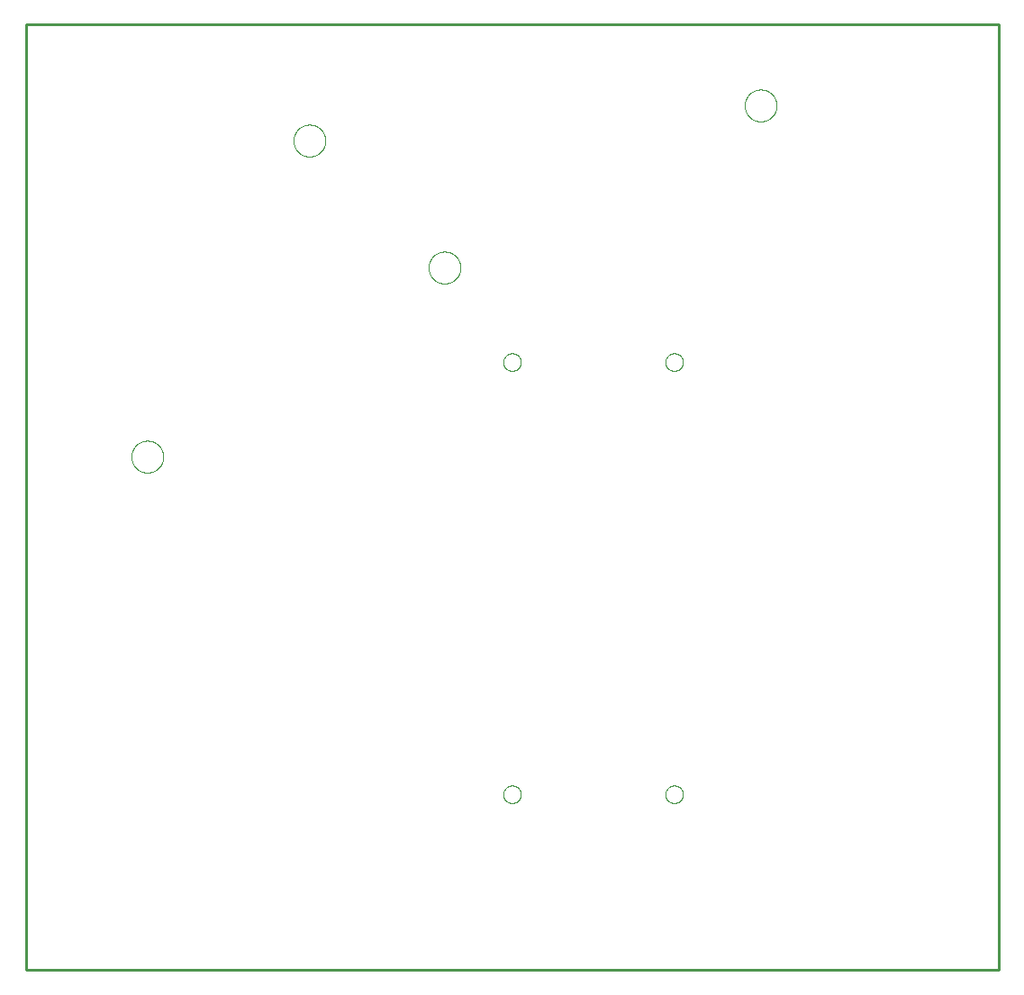
<source format=gbr>
G04 EAGLE Gerber RS-274X export*
G75*
%MOMM*%
%FSLAX34Y34*%
%LPD*%
%IN*%
%IPPOS*%
%AMOC8*
5,1,8,0,0,1.08239X$1,22.5*%
G01*
%ADD10C,0.152400*%
%ADD11C,0.000000*%
%ADD12C,0.254000*%


D10*
X254000Y152400D02*
X254000Y-736600D01*
X1168400Y-736600D01*
X1168400Y152400D01*
X254000Y152400D01*
D11*
X929880Y76200D02*
X929885Y76568D01*
X929898Y76936D01*
X929921Y77303D01*
X929952Y77670D01*
X929993Y78036D01*
X930042Y78401D01*
X930101Y78764D01*
X930168Y79126D01*
X930244Y79487D01*
X930330Y79845D01*
X930423Y80201D01*
X930526Y80554D01*
X930637Y80905D01*
X930757Y81253D01*
X930885Y81598D01*
X931022Y81940D01*
X931167Y82279D01*
X931320Y82613D01*
X931482Y82944D01*
X931651Y83271D01*
X931829Y83593D01*
X932014Y83912D01*
X932207Y84225D01*
X932408Y84534D01*
X932616Y84837D01*
X932832Y85135D01*
X933055Y85428D01*
X933285Y85716D01*
X933522Y85998D01*
X933766Y86273D01*
X934016Y86543D01*
X934273Y86807D01*
X934537Y87064D01*
X934807Y87314D01*
X935082Y87558D01*
X935364Y87795D01*
X935652Y88025D01*
X935945Y88248D01*
X936243Y88464D01*
X936546Y88672D01*
X936855Y88873D01*
X937168Y89066D01*
X937487Y89251D01*
X937809Y89429D01*
X938136Y89598D01*
X938467Y89760D01*
X938801Y89913D01*
X939140Y90058D01*
X939482Y90195D01*
X939827Y90323D01*
X940175Y90443D01*
X940526Y90554D01*
X940879Y90657D01*
X941235Y90750D01*
X941593Y90836D01*
X941954Y90912D01*
X942316Y90979D01*
X942679Y91038D01*
X943044Y91087D01*
X943410Y91128D01*
X943777Y91159D01*
X944144Y91182D01*
X944512Y91195D01*
X944880Y91200D01*
X945248Y91195D01*
X945616Y91182D01*
X945983Y91159D01*
X946350Y91128D01*
X946716Y91087D01*
X947081Y91038D01*
X947444Y90979D01*
X947806Y90912D01*
X948167Y90836D01*
X948525Y90750D01*
X948881Y90657D01*
X949234Y90554D01*
X949585Y90443D01*
X949933Y90323D01*
X950278Y90195D01*
X950620Y90058D01*
X950959Y89913D01*
X951293Y89760D01*
X951624Y89598D01*
X951951Y89429D01*
X952273Y89251D01*
X952592Y89066D01*
X952905Y88873D01*
X953214Y88672D01*
X953517Y88464D01*
X953815Y88248D01*
X954108Y88025D01*
X954396Y87795D01*
X954678Y87558D01*
X954953Y87314D01*
X955223Y87064D01*
X955487Y86807D01*
X955744Y86543D01*
X955994Y86273D01*
X956238Y85998D01*
X956475Y85716D01*
X956705Y85428D01*
X956928Y85135D01*
X957144Y84837D01*
X957352Y84534D01*
X957553Y84225D01*
X957746Y83912D01*
X957931Y83593D01*
X958109Y83271D01*
X958278Y82944D01*
X958440Y82613D01*
X958593Y82279D01*
X958738Y81940D01*
X958875Y81598D01*
X959003Y81253D01*
X959123Y80905D01*
X959234Y80554D01*
X959337Y80201D01*
X959430Y79845D01*
X959516Y79487D01*
X959592Y79126D01*
X959659Y78764D01*
X959718Y78401D01*
X959767Y78036D01*
X959808Y77670D01*
X959839Y77303D01*
X959862Y76936D01*
X959875Y76568D01*
X959880Y76200D01*
X959875Y75832D01*
X959862Y75464D01*
X959839Y75097D01*
X959808Y74730D01*
X959767Y74364D01*
X959718Y73999D01*
X959659Y73636D01*
X959592Y73274D01*
X959516Y72913D01*
X959430Y72555D01*
X959337Y72199D01*
X959234Y71846D01*
X959123Y71495D01*
X959003Y71147D01*
X958875Y70802D01*
X958738Y70460D01*
X958593Y70121D01*
X958440Y69787D01*
X958278Y69456D01*
X958109Y69129D01*
X957931Y68807D01*
X957746Y68488D01*
X957553Y68175D01*
X957352Y67866D01*
X957144Y67563D01*
X956928Y67265D01*
X956705Y66972D01*
X956475Y66684D01*
X956238Y66402D01*
X955994Y66127D01*
X955744Y65857D01*
X955487Y65593D01*
X955223Y65336D01*
X954953Y65086D01*
X954678Y64842D01*
X954396Y64605D01*
X954108Y64375D01*
X953815Y64152D01*
X953517Y63936D01*
X953214Y63728D01*
X952905Y63527D01*
X952592Y63334D01*
X952273Y63149D01*
X951951Y62971D01*
X951624Y62802D01*
X951293Y62640D01*
X950959Y62487D01*
X950620Y62342D01*
X950278Y62205D01*
X949933Y62077D01*
X949585Y61957D01*
X949234Y61846D01*
X948881Y61743D01*
X948525Y61650D01*
X948167Y61564D01*
X947806Y61488D01*
X947444Y61421D01*
X947081Y61362D01*
X946716Y61313D01*
X946350Y61272D01*
X945983Y61241D01*
X945616Y61218D01*
X945248Y61205D01*
X944880Y61200D01*
X944512Y61205D01*
X944144Y61218D01*
X943777Y61241D01*
X943410Y61272D01*
X943044Y61313D01*
X942679Y61362D01*
X942316Y61421D01*
X941954Y61488D01*
X941593Y61564D01*
X941235Y61650D01*
X940879Y61743D01*
X940526Y61846D01*
X940175Y61957D01*
X939827Y62077D01*
X939482Y62205D01*
X939140Y62342D01*
X938801Y62487D01*
X938467Y62640D01*
X938136Y62802D01*
X937809Y62971D01*
X937487Y63149D01*
X937168Y63334D01*
X936855Y63527D01*
X936546Y63728D01*
X936243Y63936D01*
X935945Y64152D01*
X935652Y64375D01*
X935364Y64605D01*
X935082Y64842D01*
X934807Y65086D01*
X934537Y65336D01*
X934273Y65593D01*
X934016Y65857D01*
X933766Y66127D01*
X933522Y66402D01*
X933285Y66684D01*
X933055Y66972D01*
X932832Y67265D01*
X932616Y67563D01*
X932408Y67866D01*
X932207Y68175D01*
X932014Y68488D01*
X931829Y68807D01*
X931651Y69129D01*
X931482Y69456D01*
X931320Y69787D01*
X931167Y70121D01*
X931022Y70460D01*
X930885Y70802D01*
X930757Y71147D01*
X930637Y71495D01*
X930526Y71846D01*
X930423Y72199D01*
X930330Y72555D01*
X930244Y72913D01*
X930168Y73274D01*
X930101Y73636D01*
X930042Y73999D01*
X929993Y74364D01*
X929952Y74730D01*
X929921Y75097D01*
X929898Y75464D01*
X929885Y75832D01*
X929880Y76200D01*
X632700Y-76200D02*
X632705Y-75832D01*
X632718Y-75464D01*
X632741Y-75097D01*
X632772Y-74730D01*
X632813Y-74364D01*
X632862Y-73999D01*
X632921Y-73636D01*
X632988Y-73274D01*
X633064Y-72913D01*
X633150Y-72555D01*
X633243Y-72199D01*
X633346Y-71846D01*
X633457Y-71495D01*
X633577Y-71147D01*
X633705Y-70802D01*
X633842Y-70460D01*
X633987Y-70121D01*
X634140Y-69787D01*
X634302Y-69456D01*
X634471Y-69129D01*
X634649Y-68807D01*
X634834Y-68488D01*
X635027Y-68175D01*
X635228Y-67866D01*
X635436Y-67563D01*
X635652Y-67265D01*
X635875Y-66972D01*
X636105Y-66684D01*
X636342Y-66402D01*
X636586Y-66127D01*
X636836Y-65857D01*
X637093Y-65593D01*
X637357Y-65336D01*
X637627Y-65086D01*
X637902Y-64842D01*
X638184Y-64605D01*
X638472Y-64375D01*
X638765Y-64152D01*
X639063Y-63936D01*
X639366Y-63728D01*
X639675Y-63527D01*
X639988Y-63334D01*
X640307Y-63149D01*
X640629Y-62971D01*
X640956Y-62802D01*
X641287Y-62640D01*
X641621Y-62487D01*
X641960Y-62342D01*
X642302Y-62205D01*
X642647Y-62077D01*
X642995Y-61957D01*
X643346Y-61846D01*
X643699Y-61743D01*
X644055Y-61650D01*
X644413Y-61564D01*
X644774Y-61488D01*
X645136Y-61421D01*
X645499Y-61362D01*
X645864Y-61313D01*
X646230Y-61272D01*
X646597Y-61241D01*
X646964Y-61218D01*
X647332Y-61205D01*
X647700Y-61200D01*
X648068Y-61205D01*
X648436Y-61218D01*
X648803Y-61241D01*
X649170Y-61272D01*
X649536Y-61313D01*
X649901Y-61362D01*
X650264Y-61421D01*
X650626Y-61488D01*
X650987Y-61564D01*
X651345Y-61650D01*
X651701Y-61743D01*
X652054Y-61846D01*
X652405Y-61957D01*
X652753Y-62077D01*
X653098Y-62205D01*
X653440Y-62342D01*
X653779Y-62487D01*
X654113Y-62640D01*
X654444Y-62802D01*
X654771Y-62971D01*
X655093Y-63149D01*
X655412Y-63334D01*
X655725Y-63527D01*
X656034Y-63728D01*
X656337Y-63936D01*
X656635Y-64152D01*
X656928Y-64375D01*
X657216Y-64605D01*
X657498Y-64842D01*
X657773Y-65086D01*
X658043Y-65336D01*
X658307Y-65593D01*
X658564Y-65857D01*
X658814Y-66127D01*
X659058Y-66402D01*
X659295Y-66684D01*
X659525Y-66972D01*
X659748Y-67265D01*
X659964Y-67563D01*
X660172Y-67866D01*
X660373Y-68175D01*
X660566Y-68488D01*
X660751Y-68807D01*
X660929Y-69129D01*
X661098Y-69456D01*
X661260Y-69787D01*
X661413Y-70121D01*
X661558Y-70460D01*
X661695Y-70802D01*
X661823Y-71147D01*
X661943Y-71495D01*
X662054Y-71846D01*
X662157Y-72199D01*
X662250Y-72555D01*
X662336Y-72913D01*
X662412Y-73274D01*
X662479Y-73636D01*
X662538Y-73999D01*
X662587Y-74364D01*
X662628Y-74730D01*
X662659Y-75097D01*
X662682Y-75464D01*
X662695Y-75832D01*
X662700Y-76200D01*
X662695Y-76568D01*
X662682Y-76936D01*
X662659Y-77303D01*
X662628Y-77670D01*
X662587Y-78036D01*
X662538Y-78401D01*
X662479Y-78764D01*
X662412Y-79126D01*
X662336Y-79487D01*
X662250Y-79845D01*
X662157Y-80201D01*
X662054Y-80554D01*
X661943Y-80905D01*
X661823Y-81253D01*
X661695Y-81598D01*
X661558Y-81940D01*
X661413Y-82279D01*
X661260Y-82613D01*
X661098Y-82944D01*
X660929Y-83271D01*
X660751Y-83593D01*
X660566Y-83912D01*
X660373Y-84225D01*
X660172Y-84534D01*
X659964Y-84837D01*
X659748Y-85135D01*
X659525Y-85428D01*
X659295Y-85716D01*
X659058Y-85998D01*
X658814Y-86273D01*
X658564Y-86543D01*
X658307Y-86807D01*
X658043Y-87064D01*
X657773Y-87314D01*
X657498Y-87558D01*
X657216Y-87795D01*
X656928Y-88025D01*
X656635Y-88248D01*
X656337Y-88464D01*
X656034Y-88672D01*
X655725Y-88873D01*
X655412Y-89066D01*
X655093Y-89251D01*
X654771Y-89429D01*
X654444Y-89598D01*
X654113Y-89760D01*
X653779Y-89913D01*
X653440Y-90058D01*
X653098Y-90195D01*
X652753Y-90323D01*
X652405Y-90443D01*
X652054Y-90554D01*
X651701Y-90657D01*
X651345Y-90750D01*
X650987Y-90836D01*
X650626Y-90912D01*
X650264Y-90979D01*
X649901Y-91038D01*
X649536Y-91087D01*
X649170Y-91128D01*
X648803Y-91159D01*
X648436Y-91182D01*
X648068Y-91195D01*
X647700Y-91200D01*
X647332Y-91195D01*
X646964Y-91182D01*
X646597Y-91159D01*
X646230Y-91128D01*
X645864Y-91087D01*
X645499Y-91038D01*
X645136Y-90979D01*
X644774Y-90912D01*
X644413Y-90836D01*
X644055Y-90750D01*
X643699Y-90657D01*
X643346Y-90554D01*
X642995Y-90443D01*
X642647Y-90323D01*
X642302Y-90195D01*
X641960Y-90058D01*
X641621Y-89913D01*
X641287Y-89760D01*
X640956Y-89598D01*
X640629Y-89429D01*
X640307Y-89251D01*
X639988Y-89066D01*
X639675Y-88873D01*
X639366Y-88672D01*
X639063Y-88464D01*
X638765Y-88248D01*
X638472Y-88025D01*
X638184Y-87795D01*
X637902Y-87558D01*
X637627Y-87314D01*
X637357Y-87064D01*
X637093Y-86807D01*
X636836Y-86543D01*
X636586Y-86273D01*
X636342Y-85998D01*
X636105Y-85716D01*
X635875Y-85428D01*
X635652Y-85135D01*
X635436Y-84837D01*
X635228Y-84534D01*
X635027Y-84225D01*
X634834Y-83912D01*
X634649Y-83593D01*
X634471Y-83271D01*
X634302Y-82944D01*
X634140Y-82613D01*
X633987Y-82279D01*
X633842Y-81940D01*
X633705Y-81598D01*
X633577Y-81253D01*
X633457Y-80905D01*
X633346Y-80554D01*
X633243Y-80201D01*
X633150Y-79845D01*
X633064Y-79487D01*
X632988Y-79126D01*
X632921Y-78764D01*
X632862Y-78401D01*
X632813Y-78036D01*
X632772Y-77670D01*
X632741Y-77303D01*
X632718Y-76936D01*
X632705Y-76568D01*
X632700Y-76200D01*
X505700Y43180D02*
X505705Y43548D01*
X505718Y43916D01*
X505741Y44283D01*
X505772Y44650D01*
X505813Y45016D01*
X505862Y45381D01*
X505921Y45744D01*
X505988Y46106D01*
X506064Y46467D01*
X506150Y46825D01*
X506243Y47181D01*
X506346Y47534D01*
X506457Y47885D01*
X506577Y48233D01*
X506705Y48578D01*
X506842Y48920D01*
X506987Y49259D01*
X507140Y49593D01*
X507302Y49924D01*
X507471Y50251D01*
X507649Y50573D01*
X507834Y50892D01*
X508027Y51205D01*
X508228Y51514D01*
X508436Y51817D01*
X508652Y52115D01*
X508875Y52408D01*
X509105Y52696D01*
X509342Y52978D01*
X509586Y53253D01*
X509836Y53523D01*
X510093Y53787D01*
X510357Y54044D01*
X510627Y54294D01*
X510902Y54538D01*
X511184Y54775D01*
X511472Y55005D01*
X511765Y55228D01*
X512063Y55444D01*
X512366Y55652D01*
X512675Y55853D01*
X512988Y56046D01*
X513307Y56231D01*
X513629Y56409D01*
X513956Y56578D01*
X514287Y56740D01*
X514621Y56893D01*
X514960Y57038D01*
X515302Y57175D01*
X515647Y57303D01*
X515995Y57423D01*
X516346Y57534D01*
X516699Y57637D01*
X517055Y57730D01*
X517413Y57816D01*
X517774Y57892D01*
X518136Y57959D01*
X518499Y58018D01*
X518864Y58067D01*
X519230Y58108D01*
X519597Y58139D01*
X519964Y58162D01*
X520332Y58175D01*
X520700Y58180D01*
X521068Y58175D01*
X521436Y58162D01*
X521803Y58139D01*
X522170Y58108D01*
X522536Y58067D01*
X522901Y58018D01*
X523264Y57959D01*
X523626Y57892D01*
X523987Y57816D01*
X524345Y57730D01*
X524701Y57637D01*
X525054Y57534D01*
X525405Y57423D01*
X525753Y57303D01*
X526098Y57175D01*
X526440Y57038D01*
X526779Y56893D01*
X527113Y56740D01*
X527444Y56578D01*
X527771Y56409D01*
X528093Y56231D01*
X528412Y56046D01*
X528725Y55853D01*
X529034Y55652D01*
X529337Y55444D01*
X529635Y55228D01*
X529928Y55005D01*
X530216Y54775D01*
X530498Y54538D01*
X530773Y54294D01*
X531043Y54044D01*
X531307Y53787D01*
X531564Y53523D01*
X531814Y53253D01*
X532058Y52978D01*
X532295Y52696D01*
X532525Y52408D01*
X532748Y52115D01*
X532964Y51817D01*
X533172Y51514D01*
X533373Y51205D01*
X533566Y50892D01*
X533751Y50573D01*
X533929Y50251D01*
X534098Y49924D01*
X534260Y49593D01*
X534413Y49259D01*
X534558Y48920D01*
X534695Y48578D01*
X534823Y48233D01*
X534943Y47885D01*
X535054Y47534D01*
X535157Y47181D01*
X535250Y46825D01*
X535336Y46467D01*
X535412Y46106D01*
X535479Y45744D01*
X535538Y45381D01*
X535587Y45016D01*
X535628Y44650D01*
X535659Y44283D01*
X535682Y43916D01*
X535695Y43548D01*
X535700Y43180D01*
X535695Y42812D01*
X535682Y42444D01*
X535659Y42077D01*
X535628Y41710D01*
X535587Y41344D01*
X535538Y40979D01*
X535479Y40616D01*
X535412Y40254D01*
X535336Y39893D01*
X535250Y39535D01*
X535157Y39179D01*
X535054Y38826D01*
X534943Y38475D01*
X534823Y38127D01*
X534695Y37782D01*
X534558Y37440D01*
X534413Y37101D01*
X534260Y36767D01*
X534098Y36436D01*
X533929Y36109D01*
X533751Y35787D01*
X533566Y35468D01*
X533373Y35155D01*
X533172Y34846D01*
X532964Y34543D01*
X532748Y34245D01*
X532525Y33952D01*
X532295Y33664D01*
X532058Y33382D01*
X531814Y33107D01*
X531564Y32837D01*
X531307Y32573D01*
X531043Y32316D01*
X530773Y32066D01*
X530498Y31822D01*
X530216Y31585D01*
X529928Y31355D01*
X529635Y31132D01*
X529337Y30916D01*
X529034Y30708D01*
X528725Y30507D01*
X528412Y30314D01*
X528093Y30129D01*
X527771Y29951D01*
X527444Y29782D01*
X527113Y29620D01*
X526779Y29467D01*
X526440Y29322D01*
X526098Y29185D01*
X525753Y29057D01*
X525405Y28937D01*
X525054Y28826D01*
X524701Y28723D01*
X524345Y28630D01*
X523987Y28544D01*
X523626Y28468D01*
X523264Y28401D01*
X522901Y28342D01*
X522536Y28293D01*
X522170Y28252D01*
X521803Y28221D01*
X521436Y28198D01*
X521068Y28185D01*
X520700Y28180D01*
X520332Y28185D01*
X519964Y28198D01*
X519597Y28221D01*
X519230Y28252D01*
X518864Y28293D01*
X518499Y28342D01*
X518136Y28401D01*
X517774Y28468D01*
X517413Y28544D01*
X517055Y28630D01*
X516699Y28723D01*
X516346Y28826D01*
X515995Y28937D01*
X515647Y29057D01*
X515302Y29185D01*
X514960Y29322D01*
X514621Y29467D01*
X514287Y29620D01*
X513956Y29782D01*
X513629Y29951D01*
X513307Y30129D01*
X512988Y30314D01*
X512675Y30507D01*
X512366Y30708D01*
X512063Y30916D01*
X511765Y31132D01*
X511472Y31355D01*
X511184Y31585D01*
X510902Y31822D01*
X510627Y32066D01*
X510357Y32316D01*
X510093Y32573D01*
X509836Y32837D01*
X509586Y33107D01*
X509342Y33382D01*
X509105Y33664D01*
X508875Y33952D01*
X508652Y34245D01*
X508436Y34543D01*
X508228Y34846D01*
X508027Y35155D01*
X507834Y35468D01*
X507649Y35787D01*
X507471Y36109D01*
X507302Y36436D01*
X507140Y36767D01*
X506987Y37101D01*
X506842Y37440D01*
X506705Y37782D01*
X506577Y38127D01*
X506457Y38475D01*
X506346Y38826D01*
X506243Y39179D01*
X506150Y39535D01*
X506064Y39893D01*
X505988Y40254D01*
X505921Y40616D01*
X505862Y40979D01*
X505813Y41344D01*
X505772Y41710D01*
X505741Y42077D01*
X505718Y42444D01*
X505705Y42812D01*
X505700Y43180D01*
X353300Y-254000D02*
X353305Y-253632D01*
X353318Y-253264D01*
X353341Y-252897D01*
X353372Y-252530D01*
X353413Y-252164D01*
X353462Y-251799D01*
X353521Y-251436D01*
X353588Y-251074D01*
X353664Y-250713D01*
X353750Y-250355D01*
X353843Y-249999D01*
X353946Y-249646D01*
X354057Y-249295D01*
X354177Y-248947D01*
X354305Y-248602D01*
X354442Y-248260D01*
X354587Y-247921D01*
X354740Y-247587D01*
X354902Y-247256D01*
X355071Y-246929D01*
X355249Y-246607D01*
X355434Y-246288D01*
X355627Y-245975D01*
X355828Y-245666D01*
X356036Y-245363D01*
X356252Y-245065D01*
X356475Y-244772D01*
X356705Y-244484D01*
X356942Y-244202D01*
X357186Y-243927D01*
X357436Y-243657D01*
X357693Y-243393D01*
X357957Y-243136D01*
X358227Y-242886D01*
X358502Y-242642D01*
X358784Y-242405D01*
X359072Y-242175D01*
X359365Y-241952D01*
X359663Y-241736D01*
X359966Y-241528D01*
X360275Y-241327D01*
X360588Y-241134D01*
X360907Y-240949D01*
X361229Y-240771D01*
X361556Y-240602D01*
X361887Y-240440D01*
X362221Y-240287D01*
X362560Y-240142D01*
X362902Y-240005D01*
X363247Y-239877D01*
X363595Y-239757D01*
X363946Y-239646D01*
X364299Y-239543D01*
X364655Y-239450D01*
X365013Y-239364D01*
X365374Y-239288D01*
X365736Y-239221D01*
X366099Y-239162D01*
X366464Y-239113D01*
X366830Y-239072D01*
X367197Y-239041D01*
X367564Y-239018D01*
X367932Y-239005D01*
X368300Y-239000D01*
X368668Y-239005D01*
X369036Y-239018D01*
X369403Y-239041D01*
X369770Y-239072D01*
X370136Y-239113D01*
X370501Y-239162D01*
X370864Y-239221D01*
X371226Y-239288D01*
X371587Y-239364D01*
X371945Y-239450D01*
X372301Y-239543D01*
X372654Y-239646D01*
X373005Y-239757D01*
X373353Y-239877D01*
X373698Y-240005D01*
X374040Y-240142D01*
X374379Y-240287D01*
X374713Y-240440D01*
X375044Y-240602D01*
X375371Y-240771D01*
X375693Y-240949D01*
X376012Y-241134D01*
X376325Y-241327D01*
X376634Y-241528D01*
X376937Y-241736D01*
X377235Y-241952D01*
X377528Y-242175D01*
X377816Y-242405D01*
X378098Y-242642D01*
X378373Y-242886D01*
X378643Y-243136D01*
X378907Y-243393D01*
X379164Y-243657D01*
X379414Y-243927D01*
X379658Y-244202D01*
X379895Y-244484D01*
X380125Y-244772D01*
X380348Y-245065D01*
X380564Y-245363D01*
X380772Y-245666D01*
X380973Y-245975D01*
X381166Y-246288D01*
X381351Y-246607D01*
X381529Y-246929D01*
X381698Y-247256D01*
X381860Y-247587D01*
X382013Y-247921D01*
X382158Y-248260D01*
X382295Y-248602D01*
X382423Y-248947D01*
X382543Y-249295D01*
X382654Y-249646D01*
X382757Y-249999D01*
X382850Y-250355D01*
X382936Y-250713D01*
X383012Y-251074D01*
X383079Y-251436D01*
X383138Y-251799D01*
X383187Y-252164D01*
X383228Y-252530D01*
X383259Y-252897D01*
X383282Y-253264D01*
X383295Y-253632D01*
X383300Y-254000D01*
X383295Y-254368D01*
X383282Y-254736D01*
X383259Y-255103D01*
X383228Y-255470D01*
X383187Y-255836D01*
X383138Y-256201D01*
X383079Y-256564D01*
X383012Y-256926D01*
X382936Y-257287D01*
X382850Y-257645D01*
X382757Y-258001D01*
X382654Y-258354D01*
X382543Y-258705D01*
X382423Y-259053D01*
X382295Y-259398D01*
X382158Y-259740D01*
X382013Y-260079D01*
X381860Y-260413D01*
X381698Y-260744D01*
X381529Y-261071D01*
X381351Y-261393D01*
X381166Y-261712D01*
X380973Y-262025D01*
X380772Y-262334D01*
X380564Y-262637D01*
X380348Y-262935D01*
X380125Y-263228D01*
X379895Y-263516D01*
X379658Y-263798D01*
X379414Y-264073D01*
X379164Y-264343D01*
X378907Y-264607D01*
X378643Y-264864D01*
X378373Y-265114D01*
X378098Y-265358D01*
X377816Y-265595D01*
X377528Y-265825D01*
X377235Y-266048D01*
X376937Y-266264D01*
X376634Y-266472D01*
X376325Y-266673D01*
X376012Y-266866D01*
X375693Y-267051D01*
X375371Y-267229D01*
X375044Y-267398D01*
X374713Y-267560D01*
X374379Y-267713D01*
X374040Y-267858D01*
X373698Y-267995D01*
X373353Y-268123D01*
X373005Y-268243D01*
X372654Y-268354D01*
X372301Y-268457D01*
X371945Y-268550D01*
X371587Y-268636D01*
X371226Y-268712D01*
X370864Y-268779D01*
X370501Y-268838D01*
X370136Y-268887D01*
X369770Y-268928D01*
X369403Y-268959D01*
X369036Y-268982D01*
X368668Y-268995D01*
X368300Y-269000D01*
X367932Y-268995D01*
X367564Y-268982D01*
X367197Y-268959D01*
X366830Y-268928D01*
X366464Y-268887D01*
X366099Y-268838D01*
X365736Y-268779D01*
X365374Y-268712D01*
X365013Y-268636D01*
X364655Y-268550D01*
X364299Y-268457D01*
X363946Y-268354D01*
X363595Y-268243D01*
X363247Y-268123D01*
X362902Y-267995D01*
X362560Y-267858D01*
X362221Y-267713D01*
X361887Y-267560D01*
X361556Y-267398D01*
X361229Y-267229D01*
X360907Y-267051D01*
X360588Y-266866D01*
X360275Y-266673D01*
X359966Y-266472D01*
X359663Y-266264D01*
X359365Y-266048D01*
X359072Y-265825D01*
X358784Y-265595D01*
X358502Y-265358D01*
X358227Y-265114D01*
X357957Y-264864D01*
X357693Y-264607D01*
X357436Y-264343D01*
X357186Y-264073D01*
X356942Y-263798D01*
X356705Y-263516D01*
X356475Y-263228D01*
X356252Y-262935D01*
X356036Y-262637D01*
X355828Y-262334D01*
X355627Y-262025D01*
X355434Y-261712D01*
X355249Y-261393D01*
X355071Y-261071D01*
X354902Y-260744D01*
X354740Y-260413D01*
X354587Y-260079D01*
X354442Y-259740D01*
X354305Y-259398D01*
X354177Y-259053D01*
X354057Y-258705D01*
X353946Y-258354D01*
X353843Y-258001D01*
X353750Y-257645D01*
X353664Y-257287D01*
X353588Y-256926D01*
X353521Y-256564D01*
X353462Y-256201D01*
X353413Y-255836D01*
X353372Y-255470D01*
X353341Y-255103D01*
X353318Y-254736D01*
X353305Y-254368D01*
X353300Y-254000D01*
X855345Y-571500D02*
X855347Y-571297D01*
X855355Y-571095D01*
X855367Y-570893D01*
X855385Y-570691D01*
X855407Y-570489D01*
X855434Y-570289D01*
X855467Y-570089D01*
X855504Y-569890D01*
X855546Y-569691D01*
X855592Y-569494D01*
X855644Y-569298D01*
X855700Y-569104D01*
X855762Y-568911D01*
X855828Y-568719D01*
X855898Y-568529D01*
X855973Y-568341D01*
X856053Y-568155D01*
X856138Y-567971D01*
X856226Y-567788D01*
X856320Y-567609D01*
X856417Y-567431D01*
X856519Y-567256D01*
X856626Y-567084D01*
X856736Y-566914D01*
X856851Y-566747D01*
X856970Y-566583D01*
X857092Y-566421D01*
X857219Y-566263D01*
X857349Y-566108D01*
X857483Y-565956D01*
X857621Y-565808D01*
X857763Y-565663D01*
X857908Y-565521D01*
X858056Y-565383D01*
X858208Y-565249D01*
X858363Y-565119D01*
X858521Y-564992D01*
X858683Y-564870D01*
X858847Y-564751D01*
X859014Y-564636D01*
X859184Y-564526D01*
X859356Y-564419D01*
X859531Y-564317D01*
X859709Y-564220D01*
X859888Y-564126D01*
X860071Y-564038D01*
X860255Y-563953D01*
X860441Y-563873D01*
X860629Y-563798D01*
X860819Y-563728D01*
X861011Y-563662D01*
X861204Y-563600D01*
X861398Y-563544D01*
X861594Y-563492D01*
X861791Y-563446D01*
X861990Y-563404D01*
X862189Y-563367D01*
X862389Y-563334D01*
X862589Y-563307D01*
X862791Y-563285D01*
X862993Y-563267D01*
X863195Y-563255D01*
X863397Y-563247D01*
X863600Y-563245D01*
X863803Y-563247D01*
X864005Y-563255D01*
X864207Y-563267D01*
X864409Y-563285D01*
X864611Y-563307D01*
X864811Y-563334D01*
X865011Y-563367D01*
X865210Y-563404D01*
X865409Y-563446D01*
X865606Y-563492D01*
X865802Y-563544D01*
X865996Y-563600D01*
X866189Y-563662D01*
X866381Y-563728D01*
X866571Y-563798D01*
X866759Y-563873D01*
X866945Y-563953D01*
X867129Y-564038D01*
X867312Y-564126D01*
X867491Y-564220D01*
X867669Y-564317D01*
X867844Y-564419D01*
X868016Y-564526D01*
X868186Y-564636D01*
X868353Y-564751D01*
X868517Y-564870D01*
X868679Y-564992D01*
X868837Y-565119D01*
X868992Y-565249D01*
X869144Y-565383D01*
X869292Y-565521D01*
X869437Y-565663D01*
X869579Y-565808D01*
X869717Y-565956D01*
X869851Y-566108D01*
X869981Y-566263D01*
X870108Y-566421D01*
X870230Y-566583D01*
X870349Y-566747D01*
X870464Y-566914D01*
X870574Y-567084D01*
X870681Y-567256D01*
X870783Y-567431D01*
X870880Y-567609D01*
X870974Y-567788D01*
X871062Y-567971D01*
X871147Y-568155D01*
X871227Y-568341D01*
X871302Y-568529D01*
X871372Y-568719D01*
X871438Y-568911D01*
X871500Y-569104D01*
X871556Y-569298D01*
X871608Y-569494D01*
X871654Y-569691D01*
X871696Y-569890D01*
X871733Y-570089D01*
X871766Y-570289D01*
X871793Y-570489D01*
X871815Y-570691D01*
X871833Y-570893D01*
X871845Y-571095D01*
X871853Y-571297D01*
X871855Y-571500D01*
X871853Y-571703D01*
X871845Y-571905D01*
X871833Y-572107D01*
X871815Y-572309D01*
X871793Y-572511D01*
X871766Y-572711D01*
X871733Y-572911D01*
X871696Y-573110D01*
X871654Y-573309D01*
X871608Y-573506D01*
X871556Y-573702D01*
X871500Y-573896D01*
X871438Y-574089D01*
X871372Y-574281D01*
X871302Y-574471D01*
X871227Y-574659D01*
X871147Y-574845D01*
X871062Y-575029D01*
X870974Y-575212D01*
X870880Y-575391D01*
X870783Y-575569D01*
X870681Y-575744D01*
X870574Y-575916D01*
X870464Y-576086D01*
X870349Y-576253D01*
X870230Y-576417D01*
X870108Y-576579D01*
X869981Y-576737D01*
X869851Y-576892D01*
X869717Y-577044D01*
X869579Y-577192D01*
X869437Y-577337D01*
X869292Y-577479D01*
X869144Y-577617D01*
X868992Y-577751D01*
X868837Y-577881D01*
X868679Y-578008D01*
X868517Y-578130D01*
X868353Y-578249D01*
X868186Y-578364D01*
X868016Y-578474D01*
X867844Y-578581D01*
X867669Y-578683D01*
X867491Y-578780D01*
X867312Y-578874D01*
X867129Y-578962D01*
X866945Y-579047D01*
X866759Y-579127D01*
X866571Y-579202D01*
X866381Y-579272D01*
X866189Y-579338D01*
X865996Y-579400D01*
X865802Y-579456D01*
X865606Y-579508D01*
X865409Y-579554D01*
X865210Y-579596D01*
X865011Y-579633D01*
X864811Y-579666D01*
X864611Y-579693D01*
X864409Y-579715D01*
X864207Y-579733D01*
X864005Y-579745D01*
X863803Y-579753D01*
X863600Y-579755D01*
X863397Y-579753D01*
X863195Y-579745D01*
X862993Y-579733D01*
X862791Y-579715D01*
X862589Y-579693D01*
X862389Y-579666D01*
X862189Y-579633D01*
X861990Y-579596D01*
X861791Y-579554D01*
X861594Y-579508D01*
X861398Y-579456D01*
X861204Y-579400D01*
X861011Y-579338D01*
X860819Y-579272D01*
X860629Y-579202D01*
X860441Y-579127D01*
X860255Y-579047D01*
X860071Y-578962D01*
X859888Y-578874D01*
X859709Y-578780D01*
X859531Y-578683D01*
X859356Y-578581D01*
X859184Y-578474D01*
X859014Y-578364D01*
X858847Y-578249D01*
X858683Y-578130D01*
X858521Y-578008D01*
X858363Y-577881D01*
X858208Y-577751D01*
X858056Y-577617D01*
X857908Y-577479D01*
X857763Y-577337D01*
X857621Y-577192D01*
X857483Y-577044D01*
X857349Y-576892D01*
X857219Y-576737D01*
X857092Y-576579D01*
X856970Y-576417D01*
X856851Y-576253D01*
X856736Y-576086D01*
X856626Y-575916D01*
X856519Y-575744D01*
X856417Y-575569D01*
X856320Y-575391D01*
X856226Y-575212D01*
X856138Y-575029D01*
X856053Y-574845D01*
X855973Y-574659D01*
X855898Y-574471D01*
X855828Y-574281D01*
X855762Y-574089D01*
X855700Y-573896D01*
X855644Y-573702D01*
X855592Y-573506D01*
X855546Y-573309D01*
X855504Y-573110D01*
X855467Y-572911D01*
X855434Y-572711D01*
X855407Y-572511D01*
X855385Y-572309D01*
X855367Y-572107D01*
X855355Y-571905D01*
X855347Y-571703D01*
X855345Y-571500D01*
X702945Y-571500D02*
X702947Y-571297D01*
X702955Y-571095D01*
X702967Y-570893D01*
X702985Y-570691D01*
X703007Y-570489D01*
X703034Y-570289D01*
X703067Y-570089D01*
X703104Y-569890D01*
X703146Y-569691D01*
X703192Y-569494D01*
X703244Y-569298D01*
X703300Y-569104D01*
X703362Y-568911D01*
X703428Y-568719D01*
X703498Y-568529D01*
X703573Y-568341D01*
X703653Y-568155D01*
X703738Y-567971D01*
X703826Y-567788D01*
X703920Y-567609D01*
X704017Y-567431D01*
X704119Y-567256D01*
X704226Y-567084D01*
X704336Y-566914D01*
X704451Y-566747D01*
X704570Y-566583D01*
X704692Y-566421D01*
X704819Y-566263D01*
X704949Y-566108D01*
X705083Y-565956D01*
X705221Y-565808D01*
X705363Y-565663D01*
X705508Y-565521D01*
X705656Y-565383D01*
X705808Y-565249D01*
X705963Y-565119D01*
X706121Y-564992D01*
X706283Y-564870D01*
X706447Y-564751D01*
X706614Y-564636D01*
X706784Y-564526D01*
X706956Y-564419D01*
X707131Y-564317D01*
X707309Y-564220D01*
X707488Y-564126D01*
X707671Y-564038D01*
X707855Y-563953D01*
X708041Y-563873D01*
X708229Y-563798D01*
X708419Y-563728D01*
X708611Y-563662D01*
X708804Y-563600D01*
X708998Y-563544D01*
X709194Y-563492D01*
X709391Y-563446D01*
X709590Y-563404D01*
X709789Y-563367D01*
X709989Y-563334D01*
X710189Y-563307D01*
X710391Y-563285D01*
X710593Y-563267D01*
X710795Y-563255D01*
X710997Y-563247D01*
X711200Y-563245D01*
X711403Y-563247D01*
X711605Y-563255D01*
X711807Y-563267D01*
X712009Y-563285D01*
X712211Y-563307D01*
X712411Y-563334D01*
X712611Y-563367D01*
X712810Y-563404D01*
X713009Y-563446D01*
X713206Y-563492D01*
X713402Y-563544D01*
X713596Y-563600D01*
X713789Y-563662D01*
X713981Y-563728D01*
X714171Y-563798D01*
X714359Y-563873D01*
X714545Y-563953D01*
X714729Y-564038D01*
X714912Y-564126D01*
X715091Y-564220D01*
X715269Y-564317D01*
X715444Y-564419D01*
X715616Y-564526D01*
X715786Y-564636D01*
X715953Y-564751D01*
X716117Y-564870D01*
X716279Y-564992D01*
X716437Y-565119D01*
X716592Y-565249D01*
X716744Y-565383D01*
X716892Y-565521D01*
X717037Y-565663D01*
X717179Y-565808D01*
X717317Y-565956D01*
X717451Y-566108D01*
X717581Y-566263D01*
X717708Y-566421D01*
X717830Y-566583D01*
X717949Y-566747D01*
X718064Y-566914D01*
X718174Y-567084D01*
X718281Y-567256D01*
X718383Y-567431D01*
X718480Y-567609D01*
X718574Y-567788D01*
X718662Y-567971D01*
X718747Y-568155D01*
X718827Y-568341D01*
X718902Y-568529D01*
X718972Y-568719D01*
X719038Y-568911D01*
X719100Y-569104D01*
X719156Y-569298D01*
X719208Y-569494D01*
X719254Y-569691D01*
X719296Y-569890D01*
X719333Y-570089D01*
X719366Y-570289D01*
X719393Y-570489D01*
X719415Y-570691D01*
X719433Y-570893D01*
X719445Y-571095D01*
X719453Y-571297D01*
X719455Y-571500D01*
X719453Y-571703D01*
X719445Y-571905D01*
X719433Y-572107D01*
X719415Y-572309D01*
X719393Y-572511D01*
X719366Y-572711D01*
X719333Y-572911D01*
X719296Y-573110D01*
X719254Y-573309D01*
X719208Y-573506D01*
X719156Y-573702D01*
X719100Y-573896D01*
X719038Y-574089D01*
X718972Y-574281D01*
X718902Y-574471D01*
X718827Y-574659D01*
X718747Y-574845D01*
X718662Y-575029D01*
X718574Y-575212D01*
X718480Y-575391D01*
X718383Y-575569D01*
X718281Y-575744D01*
X718174Y-575916D01*
X718064Y-576086D01*
X717949Y-576253D01*
X717830Y-576417D01*
X717708Y-576579D01*
X717581Y-576737D01*
X717451Y-576892D01*
X717317Y-577044D01*
X717179Y-577192D01*
X717037Y-577337D01*
X716892Y-577479D01*
X716744Y-577617D01*
X716592Y-577751D01*
X716437Y-577881D01*
X716279Y-578008D01*
X716117Y-578130D01*
X715953Y-578249D01*
X715786Y-578364D01*
X715616Y-578474D01*
X715444Y-578581D01*
X715269Y-578683D01*
X715091Y-578780D01*
X714912Y-578874D01*
X714729Y-578962D01*
X714545Y-579047D01*
X714359Y-579127D01*
X714171Y-579202D01*
X713981Y-579272D01*
X713789Y-579338D01*
X713596Y-579400D01*
X713402Y-579456D01*
X713206Y-579508D01*
X713009Y-579554D01*
X712810Y-579596D01*
X712611Y-579633D01*
X712411Y-579666D01*
X712211Y-579693D01*
X712009Y-579715D01*
X711807Y-579733D01*
X711605Y-579745D01*
X711403Y-579753D01*
X711200Y-579755D01*
X710997Y-579753D01*
X710795Y-579745D01*
X710593Y-579733D01*
X710391Y-579715D01*
X710189Y-579693D01*
X709989Y-579666D01*
X709789Y-579633D01*
X709590Y-579596D01*
X709391Y-579554D01*
X709194Y-579508D01*
X708998Y-579456D01*
X708804Y-579400D01*
X708611Y-579338D01*
X708419Y-579272D01*
X708229Y-579202D01*
X708041Y-579127D01*
X707855Y-579047D01*
X707671Y-578962D01*
X707488Y-578874D01*
X707309Y-578780D01*
X707131Y-578683D01*
X706956Y-578581D01*
X706784Y-578474D01*
X706614Y-578364D01*
X706447Y-578249D01*
X706283Y-578130D01*
X706121Y-578008D01*
X705963Y-577881D01*
X705808Y-577751D01*
X705656Y-577617D01*
X705508Y-577479D01*
X705363Y-577337D01*
X705221Y-577192D01*
X705083Y-577044D01*
X704949Y-576892D01*
X704819Y-576737D01*
X704692Y-576579D01*
X704570Y-576417D01*
X704451Y-576253D01*
X704336Y-576086D01*
X704226Y-575916D01*
X704119Y-575744D01*
X704017Y-575569D01*
X703920Y-575391D01*
X703826Y-575212D01*
X703738Y-575029D01*
X703653Y-574845D01*
X703573Y-574659D01*
X703498Y-574471D01*
X703428Y-574281D01*
X703362Y-574089D01*
X703300Y-573896D01*
X703244Y-573702D01*
X703192Y-573506D01*
X703146Y-573309D01*
X703104Y-573110D01*
X703067Y-572911D01*
X703034Y-572711D01*
X703007Y-572511D01*
X702985Y-572309D01*
X702967Y-572107D01*
X702955Y-571905D01*
X702947Y-571703D01*
X702945Y-571500D01*
X702945Y-165100D02*
X702947Y-164897D01*
X702955Y-164695D01*
X702967Y-164493D01*
X702985Y-164291D01*
X703007Y-164089D01*
X703034Y-163889D01*
X703067Y-163689D01*
X703104Y-163490D01*
X703146Y-163291D01*
X703192Y-163094D01*
X703244Y-162898D01*
X703300Y-162704D01*
X703362Y-162511D01*
X703428Y-162319D01*
X703498Y-162129D01*
X703573Y-161941D01*
X703653Y-161755D01*
X703738Y-161571D01*
X703826Y-161388D01*
X703920Y-161209D01*
X704017Y-161031D01*
X704119Y-160856D01*
X704226Y-160684D01*
X704336Y-160514D01*
X704451Y-160347D01*
X704570Y-160183D01*
X704692Y-160021D01*
X704819Y-159863D01*
X704949Y-159708D01*
X705083Y-159556D01*
X705221Y-159408D01*
X705363Y-159263D01*
X705508Y-159121D01*
X705656Y-158983D01*
X705808Y-158849D01*
X705963Y-158719D01*
X706121Y-158592D01*
X706283Y-158470D01*
X706447Y-158351D01*
X706614Y-158236D01*
X706784Y-158126D01*
X706956Y-158019D01*
X707131Y-157917D01*
X707309Y-157820D01*
X707488Y-157726D01*
X707671Y-157638D01*
X707855Y-157553D01*
X708041Y-157473D01*
X708229Y-157398D01*
X708419Y-157328D01*
X708611Y-157262D01*
X708804Y-157200D01*
X708998Y-157144D01*
X709194Y-157092D01*
X709391Y-157046D01*
X709590Y-157004D01*
X709789Y-156967D01*
X709989Y-156934D01*
X710189Y-156907D01*
X710391Y-156885D01*
X710593Y-156867D01*
X710795Y-156855D01*
X710997Y-156847D01*
X711200Y-156845D01*
X711403Y-156847D01*
X711605Y-156855D01*
X711807Y-156867D01*
X712009Y-156885D01*
X712211Y-156907D01*
X712411Y-156934D01*
X712611Y-156967D01*
X712810Y-157004D01*
X713009Y-157046D01*
X713206Y-157092D01*
X713402Y-157144D01*
X713596Y-157200D01*
X713789Y-157262D01*
X713981Y-157328D01*
X714171Y-157398D01*
X714359Y-157473D01*
X714545Y-157553D01*
X714729Y-157638D01*
X714912Y-157726D01*
X715091Y-157820D01*
X715269Y-157917D01*
X715444Y-158019D01*
X715616Y-158126D01*
X715786Y-158236D01*
X715953Y-158351D01*
X716117Y-158470D01*
X716279Y-158592D01*
X716437Y-158719D01*
X716592Y-158849D01*
X716744Y-158983D01*
X716892Y-159121D01*
X717037Y-159263D01*
X717179Y-159408D01*
X717317Y-159556D01*
X717451Y-159708D01*
X717581Y-159863D01*
X717708Y-160021D01*
X717830Y-160183D01*
X717949Y-160347D01*
X718064Y-160514D01*
X718174Y-160684D01*
X718281Y-160856D01*
X718383Y-161031D01*
X718480Y-161209D01*
X718574Y-161388D01*
X718662Y-161571D01*
X718747Y-161755D01*
X718827Y-161941D01*
X718902Y-162129D01*
X718972Y-162319D01*
X719038Y-162511D01*
X719100Y-162704D01*
X719156Y-162898D01*
X719208Y-163094D01*
X719254Y-163291D01*
X719296Y-163490D01*
X719333Y-163689D01*
X719366Y-163889D01*
X719393Y-164089D01*
X719415Y-164291D01*
X719433Y-164493D01*
X719445Y-164695D01*
X719453Y-164897D01*
X719455Y-165100D01*
X719453Y-165303D01*
X719445Y-165505D01*
X719433Y-165707D01*
X719415Y-165909D01*
X719393Y-166111D01*
X719366Y-166311D01*
X719333Y-166511D01*
X719296Y-166710D01*
X719254Y-166909D01*
X719208Y-167106D01*
X719156Y-167302D01*
X719100Y-167496D01*
X719038Y-167689D01*
X718972Y-167881D01*
X718902Y-168071D01*
X718827Y-168259D01*
X718747Y-168445D01*
X718662Y-168629D01*
X718574Y-168812D01*
X718480Y-168991D01*
X718383Y-169169D01*
X718281Y-169344D01*
X718174Y-169516D01*
X718064Y-169686D01*
X717949Y-169853D01*
X717830Y-170017D01*
X717708Y-170179D01*
X717581Y-170337D01*
X717451Y-170492D01*
X717317Y-170644D01*
X717179Y-170792D01*
X717037Y-170937D01*
X716892Y-171079D01*
X716744Y-171217D01*
X716592Y-171351D01*
X716437Y-171481D01*
X716279Y-171608D01*
X716117Y-171730D01*
X715953Y-171849D01*
X715786Y-171964D01*
X715616Y-172074D01*
X715444Y-172181D01*
X715269Y-172283D01*
X715091Y-172380D01*
X714912Y-172474D01*
X714729Y-172562D01*
X714545Y-172647D01*
X714359Y-172727D01*
X714171Y-172802D01*
X713981Y-172872D01*
X713789Y-172938D01*
X713596Y-173000D01*
X713402Y-173056D01*
X713206Y-173108D01*
X713009Y-173154D01*
X712810Y-173196D01*
X712611Y-173233D01*
X712411Y-173266D01*
X712211Y-173293D01*
X712009Y-173315D01*
X711807Y-173333D01*
X711605Y-173345D01*
X711403Y-173353D01*
X711200Y-173355D01*
X710997Y-173353D01*
X710795Y-173345D01*
X710593Y-173333D01*
X710391Y-173315D01*
X710189Y-173293D01*
X709989Y-173266D01*
X709789Y-173233D01*
X709590Y-173196D01*
X709391Y-173154D01*
X709194Y-173108D01*
X708998Y-173056D01*
X708804Y-173000D01*
X708611Y-172938D01*
X708419Y-172872D01*
X708229Y-172802D01*
X708041Y-172727D01*
X707855Y-172647D01*
X707671Y-172562D01*
X707488Y-172474D01*
X707309Y-172380D01*
X707131Y-172283D01*
X706956Y-172181D01*
X706784Y-172074D01*
X706614Y-171964D01*
X706447Y-171849D01*
X706283Y-171730D01*
X706121Y-171608D01*
X705963Y-171481D01*
X705808Y-171351D01*
X705656Y-171217D01*
X705508Y-171079D01*
X705363Y-170937D01*
X705221Y-170792D01*
X705083Y-170644D01*
X704949Y-170492D01*
X704819Y-170337D01*
X704692Y-170179D01*
X704570Y-170017D01*
X704451Y-169853D01*
X704336Y-169686D01*
X704226Y-169516D01*
X704119Y-169344D01*
X704017Y-169169D01*
X703920Y-168991D01*
X703826Y-168812D01*
X703738Y-168629D01*
X703653Y-168445D01*
X703573Y-168259D01*
X703498Y-168071D01*
X703428Y-167881D01*
X703362Y-167689D01*
X703300Y-167496D01*
X703244Y-167302D01*
X703192Y-167106D01*
X703146Y-166909D01*
X703104Y-166710D01*
X703067Y-166511D01*
X703034Y-166311D01*
X703007Y-166111D01*
X702985Y-165909D01*
X702967Y-165707D01*
X702955Y-165505D01*
X702947Y-165303D01*
X702945Y-165100D01*
X855345Y-165100D02*
X855347Y-164897D01*
X855355Y-164695D01*
X855367Y-164493D01*
X855385Y-164291D01*
X855407Y-164089D01*
X855434Y-163889D01*
X855467Y-163689D01*
X855504Y-163490D01*
X855546Y-163291D01*
X855592Y-163094D01*
X855644Y-162898D01*
X855700Y-162704D01*
X855762Y-162511D01*
X855828Y-162319D01*
X855898Y-162129D01*
X855973Y-161941D01*
X856053Y-161755D01*
X856138Y-161571D01*
X856226Y-161388D01*
X856320Y-161209D01*
X856417Y-161031D01*
X856519Y-160856D01*
X856626Y-160684D01*
X856736Y-160514D01*
X856851Y-160347D01*
X856970Y-160183D01*
X857092Y-160021D01*
X857219Y-159863D01*
X857349Y-159708D01*
X857483Y-159556D01*
X857621Y-159408D01*
X857763Y-159263D01*
X857908Y-159121D01*
X858056Y-158983D01*
X858208Y-158849D01*
X858363Y-158719D01*
X858521Y-158592D01*
X858683Y-158470D01*
X858847Y-158351D01*
X859014Y-158236D01*
X859184Y-158126D01*
X859356Y-158019D01*
X859531Y-157917D01*
X859709Y-157820D01*
X859888Y-157726D01*
X860071Y-157638D01*
X860255Y-157553D01*
X860441Y-157473D01*
X860629Y-157398D01*
X860819Y-157328D01*
X861011Y-157262D01*
X861204Y-157200D01*
X861398Y-157144D01*
X861594Y-157092D01*
X861791Y-157046D01*
X861990Y-157004D01*
X862189Y-156967D01*
X862389Y-156934D01*
X862589Y-156907D01*
X862791Y-156885D01*
X862993Y-156867D01*
X863195Y-156855D01*
X863397Y-156847D01*
X863600Y-156845D01*
X863803Y-156847D01*
X864005Y-156855D01*
X864207Y-156867D01*
X864409Y-156885D01*
X864611Y-156907D01*
X864811Y-156934D01*
X865011Y-156967D01*
X865210Y-157004D01*
X865409Y-157046D01*
X865606Y-157092D01*
X865802Y-157144D01*
X865996Y-157200D01*
X866189Y-157262D01*
X866381Y-157328D01*
X866571Y-157398D01*
X866759Y-157473D01*
X866945Y-157553D01*
X867129Y-157638D01*
X867312Y-157726D01*
X867491Y-157820D01*
X867669Y-157917D01*
X867844Y-158019D01*
X868016Y-158126D01*
X868186Y-158236D01*
X868353Y-158351D01*
X868517Y-158470D01*
X868679Y-158592D01*
X868837Y-158719D01*
X868992Y-158849D01*
X869144Y-158983D01*
X869292Y-159121D01*
X869437Y-159263D01*
X869579Y-159408D01*
X869717Y-159556D01*
X869851Y-159708D01*
X869981Y-159863D01*
X870108Y-160021D01*
X870230Y-160183D01*
X870349Y-160347D01*
X870464Y-160514D01*
X870574Y-160684D01*
X870681Y-160856D01*
X870783Y-161031D01*
X870880Y-161209D01*
X870974Y-161388D01*
X871062Y-161571D01*
X871147Y-161755D01*
X871227Y-161941D01*
X871302Y-162129D01*
X871372Y-162319D01*
X871438Y-162511D01*
X871500Y-162704D01*
X871556Y-162898D01*
X871608Y-163094D01*
X871654Y-163291D01*
X871696Y-163490D01*
X871733Y-163689D01*
X871766Y-163889D01*
X871793Y-164089D01*
X871815Y-164291D01*
X871833Y-164493D01*
X871845Y-164695D01*
X871853Y-164897D01*
X871855Y-165100D01*
X871853Y-165303D01*
X871845Y-165505D01*
X871833Y-165707D01*
X871815Y-165909D01*
X871793Y-166111D01*
X871766Y-166311D01*
X871733Y-166511D01*
X871696Y-166710D01*
X871654Y-166909D01*
X871608Y-167106D01*
X871556Y-167302D01*
X871500Y-167496D01*
X871438Y-167689D01*
X871372Y-167881D01*
X871302Y-168071D01*
X871227Y-168259D01*
X871147Y-168445D01*
X871062Y-168629D01*
X870974Y-168812D01*
X870880Y-168991D01*
X870783Y-169169D01*
X870681Y-169344D01*
X870574Y-169516D01*
X870464Y-169686D01*
X870349Y-169853D01*
X870230Y-170017D01*
X870108Y-170179D01*
X869981Y-170337D01*
X869851Y-170492D01*
X869717Y-170644D01*
X869579Y-170792D01*
X869437Y-170937D01*
X869292Y-171079D01*
X869144Y-171217D01*
X868992Y-171351D01*
X868837Y-171481D01*
X868679Y-171608D01*
X868517Y-171730D01*
X868353Y-171849D01*
X868186Y-171964D01*
X868016Y-172074D01*
X867844Y-172181D01*
X867669Y-172283D01*
X867491Y-172380D01*
X867312Y-172474D01*
X867129Y-172562D01*
X866945Y-172647D01*
X866759Y-172727D01*
X866571Y-172802D01*
X866381Y-172872D01*
X866189Y-172938D01*
X865996Y-173000D01*
X865802Y-173056D01*
X865606Y-173108D01*
X865409Y-173154D01*
X865210Y-173196D01*
X865011Y-173233D01*
X864811Y-173266D01*
X864611Y-173293D01*
X864409Y-173315D01*
X864207Y-173333D01*
X864005Y-173345D01*
X863803Y-173353D01*
X863600Y-173355D01*
X863397Y-173353D01*
X863195Y-173345D01*
X862993Y-173333D01*
X862791Y-173315D01*
X862589Y-173293D01*
X862389Y-173266D01*
X862189Y-173233D01*
X861990Y-173196D01*
X861791Y-173154D01*
X861594Y-173108D01*
X861398Y-173056D01*
X861204Y-173000D01*
X861011Y-172938D01*
X860819Y-172872D01*
X860629Y-172802D01*
X860441Y-172727D01*
X860255Y-172647D01*
X860071Y-172562D01*
X859888Y-172474D01*
X859709Y-172380D01*
X859531Y-172283D01*
X859356Y-172181D01*
X859184Y-172074D01*
X859014Y-171964D01*
X858847Y-171849D01*
X858683Y-171730D01*
X858521Y-171608D01*
X858363Y-171481D01*
X858208Y-171351D01*
X858056Y-171217D01*
X857908Y-171079D01*
X857763Y-170937D01*
X857621Y-170792D01*
X857483Y-170644D01*
X857349Y-170492D01*
X857219Y-170337D01*
X857092Y-170179D01*
X856970Y-170017D01*
X856851Y-169853D01*
X856736Y-169686D01*
X856626Y-169516D01*
X856519Y-169344D01*
X856417Y-169169D01*
X856320Y-168991D01*
X856226Y-168812D01*
X856138Y-168629D01*
X856053Y-168445D01*
X855973Y-168259D01*
X855898Y-168071D01*
X855828Y-167881D01*
X855762Y-167689D01*
X855700Y-167496D01*
X855644Y-167302D01*
X855592Y-167106D01*
X855546Y-166909D01*
X855504Y-166710D01*
X855467Y-166511D01*
X855434Y-166311D01*
X855407Y-166111D01*
X855385Y-165909D01*
X855367Y-165707D01*
X855355Y-165505D01*
X855347Y-165303D01*
X855345Y-165100D01*
D12*
X254000Y-736600D02*
X1168400Y-736600D01*
X1168400Y152400D01*
X254000Y152400D01*
X254000Y-736600D01*
M02*

</source>
